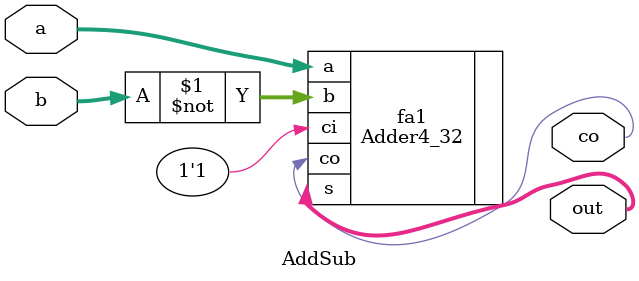
<source format=v>
`timescale 1ns / 1ps


module AddSub(
    input [ 31 : 0] a, b,
    output [ 31 : 0] out,
    output [ 0 : 0] co
);

Adder4_32 fa1(
    .a(a),
    .b(~b),
    .ci(1'B1),
    .s(out),
    .co(co)
);

endmodule

</source>
